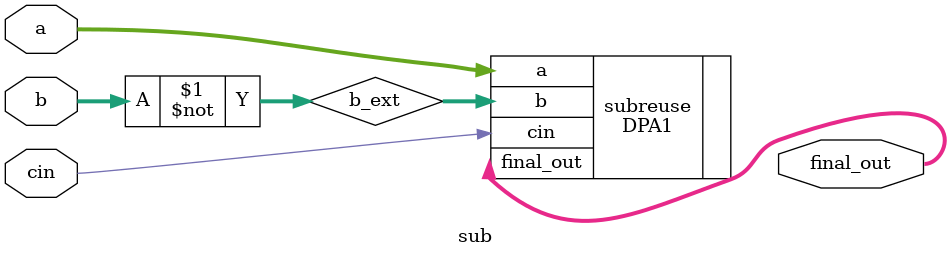
<source format=v>
module sub #(parameter WIDTH =32)
(
input [WIDTH-1:0] a,
input [WIDTH-1:0] b,
input cin,
output  [WIDTH-1:0] final_out
);

wire [WIDTH-1:0] b_ext;

assign b_ext = ~b;

    


DPA1 #(WIDTH) subreuse(.a(a),
              .b(b_ext),
              .cin(cin),
              .final_out(final_out));

endmodule


</source>
